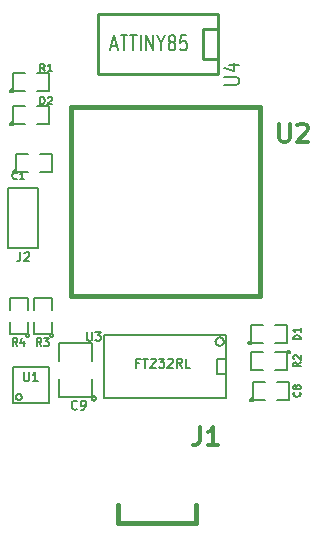
<source format=gto>
G04 (created by PCBNEW-RS274X (2011-05-25)-stable) date Sun 26 Aug 2012 04:21:28 PM EDT*
G01*
G70*
G90*
%MOIN*%
G04 Gerber Fmt 3.4, Leading zero omitted, Abs format*
%FSLAX34Y34*%
G04 APERTURE LIST*
%ADD10C,0.006000*%
%ADD11C,0.005000*%
%ADD12C,0.015000*%
%ADD13C,0.010000*%
%ADD14C,0.008000*%
%ADD15C,0.012000*%
G04 APERTURE END LIST*
G54D10*
G54D11*
X51500Y-34500D02*
X51499Y-34509D01*
X51496Y-34519D01*
X51491Y-34527D01*
X51485Y-34535D01*
X51477Y-34541D01*
X51469Y-34546D01*
X51460Y-34548D01*
X51450Y-34549D01*
X51441Y-34549D01*
X51432Y-34546D01*
X51423Y-34541D01*
X51416Y-34535D01*
X51409Y-34528D01*
X51405Y-34519D01*
X51402Y-34510D01*
X51401Y-34500D01*
X51401Y-34491D01*
X51404Y-34482D01*
X51408Y-34473D01*
X51415Y-34466D01*
X51422Y-34459D01*
X51430Y-34455D01*
X51440Y-34452D01*
X51449Y-34451D01*
X51458Y-34451D01*
X51468Y-34454D01*
X51476Y-34458D01*
X51484Y-34464D01*
X51490Y-34472D01*
X51495Y-34480D01*
X51498Y-34489D01*
X51499Y-34499D01*
X51500Y-34500D01*
X51900Y-34500D02*
X51500Y-34500D01*
X51500Y-34500D02*
X51500Y-33900D01*
X51500Y-33900D02*
X51900Y-33900D01*
X52300Y-33900D02*
X52700Y-33900D01*
X52700Y-33900D02*
X52700Y-34500D01*
X52700Y-34500D02*
X52300Y-34500D01*
X51400Y-31800D02*
X51399Y-31809D01*
X51396Y-31819D01*
X51391Y-31827D01*
X51385Y-31835D01*
X51377Y-31841D01*
X51369Y-31846D01*
X51360Y-31848D01*
X51350Y-31849D01*
X51341Y-31849D01*
X51332Y-31846D01*
X51323Y-31841D01*
X51316Y-31835D01*
X51309Y-31828D01*
X51305Y-31819D01*
X51302Y-31810D01*
X51301Y-31800D01*
X51301Y-31791D01*
X51304Y-31782D01*
X51308Y-31773D01*
X51315Y-31766D01*
X51322Y-31759D01*
X51330Y-31755D01*
X51340Y-31752D01*
X51349Y-31751D01*
X51358Y-31751D01*
X51368Y-31754D01*
X51376Y-31758D01*
X51384Y-31764D01*
X51390Y-31772D01*
X51395Y-31780D01*
X51398Y-31789D01*
X51399Y-31799D01*
X51400Y-31800D01*
X51800Y-31800D02*
X51400Y-31800D01*
X51400Y-31800D02*
X51400Y-31200D01*
X51400Y-31200D02*
X51800Y-31200D01*
X52200Y-31200D02*
X52600Y-31200D01*
X52600Y-31200D02*
X52600Y-31800D01*
X52600Y-31800D02*
X52200Y-31800D01*
X54170Y-42050D02*
X54168Y-42063D01*
X54164Y-42076D01*
X54158Y-42088D01*
X54149Y-42099D01*
X54139Y-42108D01*
X54127Y-42114D01*
X54114Y-42118D01*
X54100Y-42119D01*
X54087Y-42118D01*
X54074Y-42114D01*
X54062Y-42108D01*
X54052Y-42100D01*
X54043Y-42089D01*
X54036Y-42077D01*
X54032Y-42064D01*
X54031Y-42050D01*
X54032Y-42038D01*
X54035Y-42025D01*
X54042Y-42013D01*
X54050Y-42002D01*
X54061Y-41993D01*
X54072Y-41986D01*
X54085Y-41982D01*
X54099Y-41981D01*
X54112Y-41982D01*
X54125Y-41985D01*
X54137Y-41991D01*
X54148Y-42000D01*
X54157Y-42010D01*
X54163Y-42022D01*
X54168Y-42035D01*
X54169Y-42049D01*
X54170Y-42050D01*
X52950Y-41400D02*
X52950Y-42000D01*
X52950Y-42000D02*
X54050Y-42000D01*
X54050Y-42000D02*
X54050Y-41400D01*
X54050Y-40800D02*
X54050Y-40200D01*
X54050Y-40200D02*
X52950Y-40200D01*
X52950Y-40200D02*
X52950Y-40800D01*
G54D12*
X54901Y-46200D02*
X54901Y-45609D01*
X57499Y-46200D02*
X57499Y-45609D01*
X54901Y-46200D02*
X57499Y-46200D01*
G54D11*
X51400Y-32900D02*
X51399Y-32909D01*
X51396Y-32919D01*
X51391Y-32927D01*
X51385Y-32935D01*
X51377Y-32941D01*
X51369Y-32946D01*
X51360Y-32948D01*
X51350Y-32949D01*
X51341Y-32949D01*
X51332Y-32946D01*
X51323Y-32941D01*
X51316Y-32935D01*
X51309Y-32928D01*
X51305Y-32919D01*
X51302Y-32910D01*
X51301Y-32900D01*
X51301Y-32891D01*
X51304Y-32882D01*
X51308Y-32873D01*
X51315Y-32866D01*
X51322Y-32859D01*
X51330Y-32855D01*
X51340Y-32852D01*
X51349Y-32851D01*
X51358Y-32851D01*
X51368Y-32854D01*
X51376Y-32858D01*
X51384Y-32864D01*
X51390Y-32872D01*
X51395Y-32880D01*
X51398Y-32889D01*
X51399Y-32899D01*
X51400Y-32900D01*
X51800Y-32900D02*
X51400Y-32900D01*
X51400Y-32900D02*
X51400Y-32300D01*
X51400Y-32300D02*
X51800Y-32300D01*
X52200Y-32300D02*
X52600Y-32300D01*
X52600Y-32300D02*
X52600Y-32900D01*
X52600Y-32900D02*
X52200Y-32900D01*
G54D13*
X58250Y-30750D02*
X57750Y-30750D01*
X57750Y-30750D02*
X57750Y-29750D01*
X57750Y-29750D02*
X58250Y-29750D01*
X58250Y-31250D02*
X54250Y-31250D01*
X54250Y-31250D02*
X54250Y-29250D01*
X54250Y-29250D02*
X58250Y-29250D01*
X58250Y-29250D02*
X58250Y-31250D01*
G54D12*
X53350Y-35500D02*
X53350Y-32350D01*
X53350Y-32350D02*
X59650Y-32350D01*
X59650Y-32350D02*
X59650Y-37862D01*
X59650Y-37862D02*
X59650Y-38650D01*
X59650Y-38650D02*
X53350Y-38650D01*
X53350Y-38650D02*
X53350Y-35500D01*
G54D11*
X58441Y-40150D02*
X58438Y-40177D01*
X58430Y-40203D01*
X58417Y-40228D01*
X58400Y-40249D01*
X58378Y-40266D01*
X58354Y-40279D01*
X58328Y-40288D01*
X58300Y-40290D01*
X58274Y-40288D01*
X58248Y-40280D01*
X58223Y-40267D01*
X58202Y-40250D01*
X58184Y-40229D01*
X58171Y-40205D01*
X58163Y-40179D01*
X58160Y-40151D01*
X58162Y-40125D01*
X58169Y-40099D01*
X58182Y-40074D01*
X58199Y-40053D01*
X58220Y-40035D01*
X58244Y-40021D01*
X58270Y-40013D01*
X58298Y-40010D01*
X58324Y-40012D01*
X58350Y-40019D01*
X58375Y-40031D01*
X58397Y-40048D01*
X58415Y-40069D01*
X58428Y-40093D01*
X58437Y-40119D01*
X58440Y-40147D01*
X58441Y-40150D01*
X58500Y-41250D02*
X58200Y-41250D01*
X58200Y-41250D02*
X58200Y-40750D01*
X58200Y-40750D02*
X58500Y-40750D01*
X54450Y-39950D02*
X58500Y-39950D01*
X58500Y-42050D02*
X54450Y-42050D01*
X58500Y-42050D02*
X58500Y-39950D01*
X54450Y-42050D02*
X54450Y-39950D01*
X59400Y-42100D02*
X59399Y-42109D01*
X59396Y-42119D01*
X59391Y-42127D01*
X59385Y-42135D01*
X59377Y-42141D01*
X59369Y-42146D01*
X59360Y-42148D01*
X59350Y-42149D01*
X59341Y-42149D01*
X59332Y-42146D01*
X59323Y-42141D01*
X59316Y-42135D01*
X59309Y-42128D01*
X59305Y-42119D01*
X59302Y-42110D01*
X59301Y-42100D01*
X59301Y-42091D01*
X59304Y-42082D01*
X59308Y-42073D01*
X59315Y-42066D01*
X59322Y-42059D01*
X59330Y-42055D01*
X59340Y-42052D01*
X59349Y-42051D01*
X59358Y-42051D01*
X59368Y-42054D01*
X59376Y-42058D01*
X59384Y-42064D01*
X59390Y-42072D01*
X59395Y-42080D01*
X59398Y-42089D01*
X59399Y-42099D01*
X59400Y-42100D01*
X59800Y-42100D02*
X59400Y-42100D01*
X59400Y-42100D02*
X59400Y-41500D01*
X59400Y-41500D02*
X59800Y-41500D01*
X60200Y-41500D02*
X60600Y-41500D01*
X60600Y-41500D02*
X60600Y-42100D01*
X60600Y-42100D02*
X60200Y-42100D01*
X59360Y-40200D02*
X59359Y-40209D01*
X59356Y-40219D01*
X59351Y-40227D01*
X59345Y-40235D01*
X59337Y-40241D01*
X59329Y-40246D01*
X59320Y-40248D01*
X59310Y-40249D01*
X59301Y-40249D01*
X59292Y-40246D01*
X59283Y-40241D01*
X59276Y-40235D01*
X59269Y-40228D01*
X59265Y-40219D01*
X59262Y-40210D01*
X59261Y-40200D01*
X59261Y-40191D01*
X59264Y-40182D01*
X59268Y-40173D01*
X59275Y-40166D01*
X59282Y-40159D01*
X59290Y-40155D01*
X59300Y-40152D01*
X59309Y-40151D01*
X59318Y-40151D01*
X59328Y-40154D01*
X59336Y-40158D01*
X59344Y-40164D01*
X59350Y-40172D01*
X59355Y-40180D01*
X59358Y-40189D01*
X59359Y-40199D01*
X59360Y-40200D01*
X59760Y-40200D02*
X59360Y-40200D01*
X59360Y-40200D02*
X59360Y-39600D01*
X59360Y-39600D02*
X59760Y-39600D01*
X60160Y-39600D02*
X60560Y-39600D01*
X60560Y-39600D02*
X60560Y-40200D01*
X60560Y-40200D02*
X60160Y-40200D01*
X60660Y-40500D02*
X60659Y-40509D01*
X60656Y-40519D01*
X60651Y-40527D01*
X60645Y-40535D01*
X60637Y-40541D01*
X60629Y-40546D01*
X60620Y-40548D01*
X60610Y-40549D01*
X60601Y-40549D01*
X60592Y-40546D01*
X60583Y-40541D01*
X60576Y-40535D01*
X60569Y-40528D01*
X60565Y-40519D01*
X60562Y-40510D01*
X60561Y-40500D01*
X60561Y-40491D01*
X60564Y-40482D01*
X60568Y-40473D01*
X60575Y-40466D01*
X60582Y-40459D01*
X60590Y-40455D01*
X60600Y-40452D01*
X60609Y-40451D01*
X60618Y-40451D01*
X60628Y-40454D01*
X60636Y-40458D01*
X60644Y-40464D01*
X60650Y-40472D01*
X60655Y-40480D01*
X60658Y-40489D01*
X60659Y-40499D01*
X60660Y-40500D01*
X60160Y-40500D02*
X60560Y-40500D01*
X60560Y-40500D02*
X60560Y-41100D01*
X60560Y-41100D02*
X60160Y-41100D01*
X59760Y-41100D02*
X59360Y-41100D01*
X59360Y-41100D02*
X59360Y-40500D01*
X59360Y-40500D02*
X59760Y-40500D01*
X52750Y-39950D02*
X52749Y-39959D01*
X52746Y-39969D01*
X52741Y-39977D01*
X52735Y-39985D01*
X52727Y-39991D01*
X52719Y-39996D01*
X52710Y-39998D01*
X52700Y-39999D01*
X52691Y-39999D01*
X52682Y-39996D01*
X52673Y-39991D01*
X52666Y-39985D01*
X52659Y-39978D01*
X52655Y-39969D01*
X52652Y-39960D01*
X52651Y-39950D01*
X52651Y-39941D01*
X52654Y-39932D01*
X52658Y-39923D01*
X52665Y-39916D01*
X52672Y-39909D01*
X52680Y-39905D01*
X52690Y-39902D01*
X52699Y-39901D01*
X52708Y-39901D01*
X52718Y-39904D01*
X52726Y-39908D01*
X52734Y-39914D01*
X52740Y-39922D01*
X52745Y-39930D01*
X52748Y-39939D01*
X52749Y-39949D01*
X52750Y-39950D01*
X52700Y-39500D02*
X52700Y-39900D01*
X52700Y-39900D02*
X52100Y-39900D01*
X52100Y-39900D02*
X52100Y-39500D01*
X52100Y-39100D02*
X52100Y-38700D01*
X52100Y-38700D02*
X52700Y-38700D01*
X52700Y-38700D02*
X52700Y-39100D01*
X51950Y-39950D02*
X51949Y-39959D01*
X51946Y-39969D01*
X51941Y-39977D01*
X51935Y-39985D01*
X51927Y-39991D01*
X51919Y-39996D01*
X51910Y-39998D01*
X51900Y-39999D01*
X51891Y-39999D01*
X51882Y-39996D01*
X51873Y-39991D01*
X51866Y-39985D01*
X51859Y-39978D01*
X51855Y-39969D01*
X51852Y-39960D01*
X51851Y-39950D01*
X51851Y-39941D01*
X51854Y-39932D01*
X51858Y-39923D01*
X51865Y-39916D01*
X51872Y-39909D01*
X51880Y-39905D01*
X51890Y-39902D01*
X51899Y-39901D01*
X51908Y-39901D01*
X51918Y-39904D01*
X51926Y-39908D01*
X51934Y-39914D01*
X51940Y-39922D01*
X51945Y-39930D01*
X51948Y-39939D01*
X51949Y-39949D01*
X51950Y-39950D01*
X51900Y-39500D02*
X51900Y-39900D01*
X51900Y-39900D02*
X51300Y-39900D01*
X51300Y-39900D02*
X51300Y-39500D01*
X51300Y-39100D02*
X51300Y-38700D01*
X51300Y-38700D02*
X51900Y-38700D01*
X51900Y-38700D02*
X51900Y-39100D01*
G54D10*
X52260Y-37050D02*
X51260Y-37050D01*
X51260Y-37050D02*
X51260Y-35050D01*
X51260Y-35050D02*
X52260Y-35050D01*
X52260Y-35050D02*
X52260Y-37050D01*
G54D14*
X51700Y-42000D02*
X51698Y-42019D01*
X51692Y-42038D01*
X51683Y-42055D01*
X51670Y-42070D01*
X51655Y-42082D01*
X51638Y-42092D01*
X51620Y-42097D01*
X51600Y-42099D01*
X51582Y-42098D01*
X51563Y-42092D01*
X51546Y-42083D01*
X51531Y-42071D01*
X51518Y-42056D01*
X51509Y-42039D01*
X51503Y-42020D01*
X51501Y-42001D01*
X51502Y-41982D01*
X51508Y-41964D01*
X51516Y-41946D01*
X51529Y-41931D01*
X51543Y-41918D01*
X51560Y-41909D01*
X51579Y-41903D01*
X51598Y-41901D01*
X51617Y-41902D01*
X51636Y-41907D01*
X51653Y-41916D01*
X51668Y-41928D01*
X51681Y-41943D01*
X51691Y-41960D01*
X51697Y-41978D01*
X51699Y-41998D01*
X51700Y-42000D01*
X52600Y-42200D02*
X51400Y-42200D01*
X51400Y-42200D02*
X51400Y-41000D01*
X51400Y-41000D02*
X52600Y-41000D01*
X52600Y-41000D02*
X52600Y-42200D01*
G54D11*
X51548Y-34727D02*
X51536Y-34739D01*
X51501Y-34751D01*
X51477Y-34751D01*
X51441Y-34739D01*
X51417Y-34715D01*
X51406Y-34692D01*
X51394Y-34644D01*
X51394Y-34608D01*
X51406Y-34561D01*
X51417Y-34537D01*
X51441Y-34513D01*
X51477Y-34501D01*
X51501Y-34501D01*
X51536Y-34513D01*
X51548Y-34525D01*
X51786Y-34751D02*
X51644Y-34751D01*
X51715Y-34751D02*
X51715Y-34501D01*
X51691Y-34537D01*
X51667Y-34561D01*
X51644Y-34573D01*
X52468Y-31151D02*
X52385Y-31032D01*
X52326Y-31151D02*
X52326Y-30901D01*
X52421Y-30901D01*
X52445Y-30913D01*
X52456Y-30925D01*
X52468Y-30949D01*
X52468Y-30985D01*
X52456Y-31008D01*
X52445Y-31020D01*
X52421Y-31032D01*
X52326Y-31032D01*
X52706Y-31151D02*
X52564Y-31151D01*
X52635Y-31151D02*
X52635Y-30901D01*
X52611Y-30937D01*
X52587Y-30961D01*
X52564Y-30973D01*
X53550Y-42393D02*
X53536Y-42407D01*
X53493Y-42421D01*
X53464Y-42421D01*
X53421Y-42407D01*
X53393Y-42379D01*
X53378Y-42350D01*
X53364Y-42293D01*
X53364Y-42250D01*
X53378Y-42193D01*
X53393Y-42164D01*
X53421Y-42136D01*
X53464Y-42121D01*
X53493Y-42121D01*
X53536Y-42136D01*
X53550Y-42150D01*
X53693Y-42421D02*
X53750Y-42421D01*
X53778Y-42407D01*
X53793Y-42393D01*
X53821Y-42350D01*
X53836Y-42293D01*
X53836Y-42179D01*
X53821Y-42150D01*
X53807Y-42136D01*
X53778Y-42121D01*
X53721Y-42121D01*
X53693Y-42136D01*
X53678Y-42150D01*
X53664Y-42179D01*
X53664Y-42250D01*
X53678Y-42279D01*
X53693Y-42293D01*
X53721Y-42307D01*
X53778Y-42307D01*
X53807Y-42293D01*
X53821Y-42279D01*
X53836Y-42250D01*
G54D15*
X57654Y-43008D02*
X57654Y-43436D01*
X57626Y-43522D01*
X57569Y-43579D01*
X57483Y-43608D01*
X57426Y-43608D01*
X58254Y-43608D02*
X57911Y-43608D01*
X58083Y-43608D02*
X58083Y-43008D01*
X58026Y-43094D01*
X57968Y-43151D01*
X57911Y-43179D01*
G54D11*
X52326Y-32251D02*
X52326Y-32001D01*
X52385Y-32001D01*
X52421Y-32013D01*
X52445Y-32037D01*
X52456Y-32061D01*
X52468Y-32108D01*
X52468Y-32144D01*
X52456Y-32192D01*
X52445Y-32215D01*
X52421Y-32239D01*
X52385Y-32251D01*
X52326Y-32251D01*
X52564Y-32025D02*
X52576Y-32013D01*
X52599Y-32001D01*
X52659Y-32001D01*
X52683Y-32013D01*
X52695Y-32025D01*
X52706Y-32049D01*
X52706Y-32073D01*
X52695Y-32108D01*
X52552Y-32251D01*
X52706Y-32251D01*
G54D14*
X58452Y-31593D02*
X58857Y-31593D01*
X58905Y-31571D01*
X58929Y-31550D01*
X58952Y-31507D01*
X58952Y-31421D01*
X58929Y-31379D01*
X58905Y-31357D01*
X58857Y-31336D01*
X58452Y-31336D01*
X58619Y-30929D02*
X58952Y-30929D01*
X58429Y-31036D02*
X58786Y-31143D01*
X58786Y-30865D01*
X54693Y-30310D02*
X54884Y-30310D01*
X54655Y-30452D02*
X54788Y-29952D01*
X54922Y-30452D01*
X54998Y-29952D02*
X55227Y-29952D01*
X55112Y-30452D02*
X55112Y-29952D01*
X55303Y-29952D02*
X55532Y-29952D01*
X55417Y-30452D02*
X55417Y-29952D01*
X55665Y-30452D02*
X55665Y-29952D01*
X55855Y-30452D02*
X55855Y-29952D01*
X56084Y-30452D01*
X56084Y-29952D01*
X56350Y-30214D02*
X56350Y-30452D01*
X56217Y-29952D02*
X56350Y-30214D01*
X56484Y-29952D01*
X56674Y-30167D02*
X56636Y-30143D01*
X56617Y-30119D01*
X56598Y-30071D01*
X56598Y-30048D01*
X56617Y-30000D01*
X56636Y-29976D01*
X56674Y-29952D01*
X56751Y-29952D01*
X56789Y-29976D01*
X56808Y-30000D01*
X56827Y-30048D01*
X56827Y-30071D01*
X56808Y-30119D01*
X56789Y-30143D01*
X56751Y-30167D01*
X56674Y-30167D01*
X56636Y-30190D01*
X56617Y-30214D01*
X56598Y-30262D01*
X56598Y-30357D01*
X56617Y-30405D01*
X56636Y-30429D01*
X56674Y-30452D01*
X56751Y-30452D01*
X56789Y-30429D01*
X56808Y-30405D01*
X56827Y-30357D01*
X56827Y-30262D01*
X56808Y-30214D01*
X56789Y-30190D01*
X56751Y-30167D01*
X57189Y-29952D02*
X56998Y-29952D01*
X56979Y-30190D01*
X56998Y-30167D01*
X57036Y-30143D01*
X57132Y-30143D01*
X57170Y-30167D01*
X57189Y-30190D01*
X57208Y-30238D01*
X57208Y-30357D01*
X57189Y-30405D01*
X57170Y-30429D01*
X57132Y-30452D01*
X57036Y-30452D01*
X56998Y-30429D01*
X56979Y-30405D01*
G54D15*
X60293Y-32893D02*
X60293Y-33379D01*
X60321Y-33436D01*
X60350Y-33464D01*
X60407Y-33493D01*
X60521Y-33493D01*
X60579Y-33464D01*
X60607Y-33436D01*
X60636Y-33379D01*
X60636Y-32893D01*
X60893Y-32950D02*
X60922Y-32921D01*
X60979Y-32893D01*
X61122Y-32893D01*
X61179Y-32921D01*
X61208Y-32950D01*
X61236Y-33007D01*
X61236Y-33064D01*
X61208Y-33150D01*
X60865Y-33493D01*
X61236Y-33493D01*
G54D11*
X53871Y-39821D02*
X53871Y-40064D01*
X53886Y-40093D01*
X53900Y-40107D01*
X53929Y-40121D01*
X53986Y-40121D01*
X54014Y-40107D01*
X54029Y-40093D01*
X54043Y-40064D01*
X54043Y-39821D01*
X54157Y-39821D02*
X54343Y-39821D01*
X54243Y-39936D01*
X54285Y-39936D01*
X54314Y-39950D01*
X54328Y-39964D01*
X54343Y-39993D01*
X54343Y-40064D01*
X54328Y-40093D01*
X54314Y-40107D01*
X54285Y-40121D01*
X54200Y-40121D01*
X54171Y-40107D01*
X54157Y-40093D01*
X55628Y-40864D02*
X55528Y-40864D01*
X55528Y-41021D02*
X55528Y-40721D01*
X55671Y-40721D01*
X55743Y-40721D02*
X55914Y-40721D01*
X55828Y-41021D02*
X55828Y-40721D01*
X56000Y-40750D02*
X56014Y-40736D01*
X56043Y-40721D01*
X56114Y-40721D01*
X56143Y-40736D01*
X56157Y-40750D01*
X56172Y-40779D01*
X56172Y-40807D01*
X56157Y-40850D01*
X55986Y-41021D01*
X56172Y-41021D01*
X56272Y-40721D02*
X56458Y-40721D01*
X56358Y-40836D01*
X56400Y-40836D01*
X56429Y-40850D01*
X56443Y-40864D01*
X56458Y-40893D01*
X56458Y-40964D01*
X56443Y-40993D01*
X56429Y-41007D01*
X56400Y-41021D01*
X56315Y-41021D01*
X56286Y-41007D01*
X56272Y-40993D01*
X56572Y-40750D02*
X56586Y-40736D01*
X56615Y-40721D01*
X56686Y-40721D01*
X56715Y-40736D01*
X56729Y-40750D01*
X56744Y-40779D01*
X56744Y-40807D01*
X56729Y-40850D01*
X56558Y-41021D01*
X56744Y-41021D01*
X57044Y-41021D02*
X56944Y-40879D01*
X56872Y-41021D02*
X56872Y-40721D01*
X56987Y-40721D01*
X57015Y-40736D01*
X57030Y-40750D01*
X57044Y-40779D01*
X57044Y-40821D01*
X57030Y-40850D01*
X57015Y-40864D01*
X56987Y-40879D01*
X56872Y-40879D01*
X57315Y-41021D02*
X57172Y-41021D01*
X57172Y-40721D01*
X60977Y-41842D02*
X60989Y-41854D01*
X61001Y-41889D01*
X61001Y-41913D01*
X60989Y-41949D01*
X60965Y-41973D01*
X60942Y-41984D01*
X60894Y-41996D01*
X60858Y-41996D01*
X60811Y-41984D01*
X60787Y-41973D01*
X60763Y-41949D01*
X60751Y-41913D01*
X60751Y-41889D01*
X60763Y-41854D01*
X60775Y-41842D01*
X60858Y-41699D02*
X60846Y-41723D01*
X60835Y-41734D01*
X60811Y-41746D01*
X60799Y-41746D01*
X60775Y-41734D01*
X60763Y-41723D01*
X60751Y-41699D01*
X60751Y-41651D01*
X60763Y-41627D01*
X60775Y-41615D01*
X60799Y-41604D01*
X60811Y-41604D01*
X60835Y-41615D01*
X60846Y-41627D01*
X60858Y-41651D01*
X60858Y-41699D01*
X60870Y-41723D01*
X60882Y-41734D01*
X60906Y-41746D01*
X60954Y-41746D01*
X60977Y-41734D01*
X60989Y-41723D01*
X61001Y-41699D01*
X61001Y-41651D01*
X60989Y-41627D01*
X60977Y-41615D01*
X60954Y-41604D01*
X60906Y-41604D01*
X60882Y-41615D01*
X60870Y-41627D01*
X60858Y-41651D01*
X61001Y-40084D02*
X60751Y-40084D01*
X60751Y-40025D01*
X60763Y-39989D01*
X60787Y-39965D01*
X60811Y-39954D01*
X60858Y-39942D01*
X60894Y-39942D01*
X60942Y-39954D01*
X60965Y-39965D01*
X60989Y-39989D01*
X61001Y-40025D01*
X61001Y-40084D01*
X61001Y-39704D02*
X61001Y-39846D01*
X61001Y-39775D02*
X60751Y-39775D01*
X60787Y-39799D01*
X60811Y-39823D01*
X60823Y-39846D01*
X61001Y-40842D02*
X60882Y-40925D01*
X61001Y-40984D02*
X60751Y-40984D01*
X60751Y-40889D01*
X60763Y-40865D01*
X60775Y-40854D01*
X60799Y-40842D01*
X60835Y-40842D01*
X60858Y-40854D01*
X60870Y-40865D01*
X60882Y-40889D01*
X60882Y-40984D01*
X60775Y-40746D02*
X60763Y-40734D01*
X60751Y-40711D01*
X60751Y-40651D01*
X60763Y-40627D01*
X60775Y-40615D01*
X60799Y-40604D01*
X60823Y-40604D01*
X60858Y-40615D01*
X61001Y-40758D01*
X61001Y-40604D01*
X52358Y-40301D02*
X52275Y-40182D01*
X52216Y-40301D02*
X52216Y-40051D01*
X52311Y-40051D01*
X52335Y-40063D01*
X52346Y-40075D01*
X52358Y-40099D01*
X52358Y-40135D01*
X52346Y-40158D01*
X52335Y-40170D01*
X52311Y-40182D01*
X52216Y-40182D01*
X52442Y-40051D02*
X52596Y-40051D01*
X52513Y-40146D01*
X52549Y-40146D01*
X52573Y-40158D01*
X52585Y-40170D01*
X52596Y-40194D01*
X52596Y-40254D01*
X52585Y-40277D01*
X52573Y-40289D01*
X52549Y-40301D01*
X52477Y-40301D01*
X52454Y-40289D01*
X52442Y-40277D01*
X51558Y-40301D02*
X51475Y-40182D01*
X51416Y-40301D02*
X51416Y-40051D01*
X51511Y-40051D01*
X51535Y-40063D01*
X51546Y-40075D01*
X51558Y-40099D01*
X51558Y-40135D01*
X51546Y-40158D01*
X51535Y-40170D01*
X51511Y-40182D01*
X51416Y-40182D01*
X51773Y-40135D02*
X51773Y-40301D01*
X51713Y-40039D02*
X51654Y-40218D01*
X51808Y-40218D01*
G54D10*
X51660Y-37171D02*
X51660Y-37386D01*
X51646Y-37429D01*
X51617Y-37457D01*
X51574Y-37471D01*
X51546Y-37471D01*
X51789Y-37200D02*
X51803Y-37186D01*
X51832Y-37171D01*
X51903Y-37171D01*
X51932Y-37186D01*
X51946Y-37200D01*
X51961Y-37229D01*
X51961Y-37257D01*
X51946Y-37300D01*
X51775Y-37471D01*
X51961Y-37471D01*
X51771Y-41171D02*
X51771Y-41414D01*
X51786Y-41443D01*
X51800Y-41457D01*
X51829Y-41471D01*
X51886Y-41471D01*
X51914Y-41457D01*
X51929Y-41443D01*
X51943Y-41414D01*
X51943Y-41171D01*
X52243Y-41471D02*
X52071Y-41471D01*
X52157Y-41471D02*
X52157Y-41171D01*
X52128Y-41214D01*
X52100Y-41243D01*
X52071Y-41257D01*
M02*

</source>
